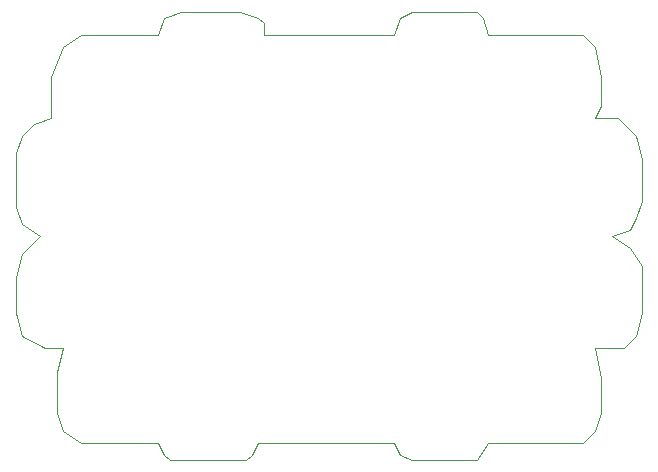
<source format=gbr>
%TF.GenerationSoftware,KiCad,Pcbnew,8.0.8*%
%TF.CreationDate,2025-04-07T01:24:50-03:00*%
%TF.ProjectId,Sao_Bomb,53616f5f-426f-46d6-922e-6b696361645f,rev?*%
%TF.SameCoordinates,Original*%
%TF.FileFunction,Profile,NP*%
%FSLAX46Y46*%
G04 Gerber Fmt 4.6, Leading zero omitted, Abs format (unit mm)*
G04 Created by KiCad (PCBNEW 8.0.8) date 2025-04-07 01:24:50*
%MOMM*%
%LPD*%
G01*
G04 APERTURE LIST*
%TA.AperFunction,Profile*%
%ADD10C,0.050000*%
%TD*%
G04 APERTURE END LIST*
D10*
X143500000Y-77500000D02*
X144000000Y-78000000D01*
X144000000Y-79000000D01*
X155000000Y-79000000D01*
X155500000Y-77500000D01*
X156500000Y-77000000D01*
X162000000Y-77000000D01*
X162500000Y-77500000D01*
X163000000Y-79000000D01*
X171000000Y-79000000D01*
X172000000Y-80000000D01*
X172500000Y-82500000D01*
X172500000Y-85000000D01*
X172000000Y-86000000D01*
X174000000Y-86000000D01*
X175500000Y-87500000D01*
X176000000Y-89500000D01*
X176000000Y-93000000D01*
X175500000Y-94500000D01*
X175000000Y-95500000D01*
X173500000Y-96000000D01*
X175000000Y-97000000D01*
X176000000Y-98500000D01*
X176000000Y-102500000D01*
X175500000Y-104500000D01*
X174500000Y-105500000D01*
X172000000Y-105500000D01*
X172500000Y-108000000D01*
X172500000Y-111000000D01*
X172000000Y-112500000D01*
X171000000Y-113500000D01*
X163000000Y-113500000D01*
X162000000Y-115000000D01*
X156500000Y-115000000D01*
X155500000Y-114500000D01*
X155000000Y-113500000D01*
X143500000Y-113500000D01*
X143000000Y-114500000D01*
X142500000Y-115000000D01*
X136000000Y-115000000D01*
X135500000Y-114500000D01*
X135000000Y-113500000D01*
X128500000Y-113500000D01*
X127000000Y-112500000D01*
X126500000Y-111000000D01*
X126500000Y-107500000D01*
X127000000Y-105500000D01*
X125500000Y-105500000D01*
X123500000Y-104500000D01*
X123000000Y-102500000D01*
X123000000Y-99500000D01*
X123500000Y-97500000D01*
X125000000Y-96000000D01*
X123500000Y-95000000D01*
X123000000Y-93500000D01*
X123000000Y-89000000D01*
X123500000Y-87500000D01*
X124500000Y-86500000D01*
X126000000Y-86000000D01*
X126000000Y-82500000D01*
X127000000Y-80000000D01*
X128500000Y-79000000D01*
X135000000Y-79000000D01*
X135500000Y-77500000D01*
X137000000Y-77000000D01*
X142000000Y-77000000D01*
X143500000Y-77500000D01*
M02*

</source>
